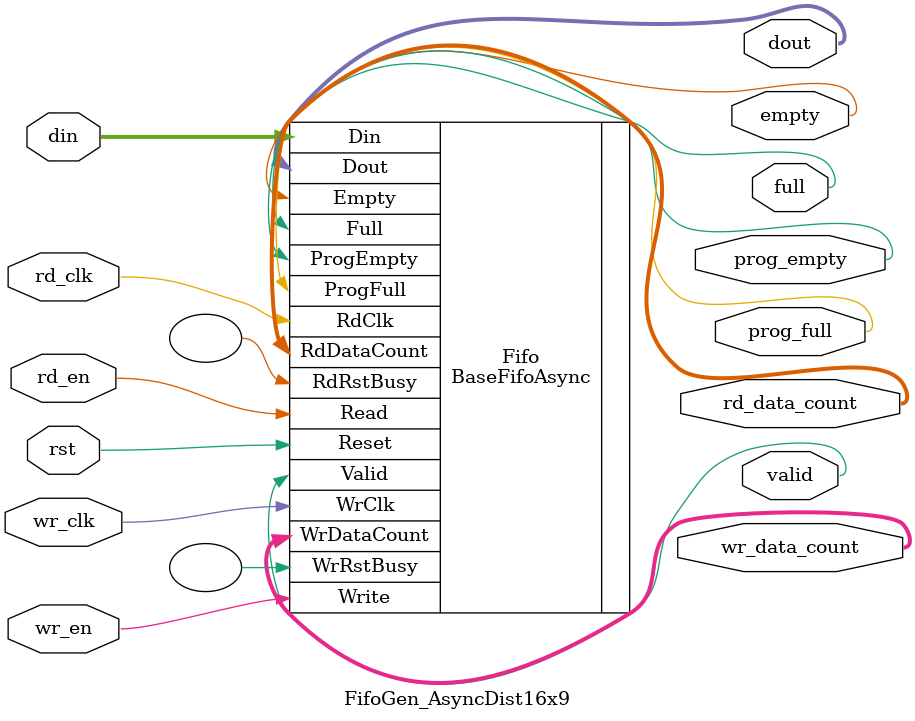
<source format=v>
/*
	FifoGen_AsyncDist16x9.v: Behavior version of 16x9 distrubuted RAM FIFO

		  Ted Rossin 10-18-2024
	  		     11-05-2024 

     Note: 
*/

`timescale 1ns / 1ps

module FifoGen_AsyncDist16x9(
     input wr_clk
    ,input rd_clk
    ,input rst
    ,input[8:0] din
    ,input wr_en
    ,input rd_en
    ,output[8:0] dout
    ,output full
    ,output empty
    ,output prog_empty
    ,output[3:0] wr_data_count
    ,output[3:0] rd_data_count
    ,output prog_full
    ,output valid
);

    BaseFifoAsync #(
	 .FirstWordFall(0)
        ,.BuiltIn(0)
        ,.Width(9)
	,.ProgEmptyValue(5)
	,.ProgFullValue(12)
	,.DataCountWidth(4)
	,.Depth(16)
	,.NumSync(2)
    ) Fifo(
     	 .WrClk(wr_clk)
     	,.RdClk(rd_clk)
    	,.Reset(rst)
	,.RdRstBusy()
	,.WrRstBusy()
    	,.Write(wr_en)
    	,.Read(rd_en)
    	,.Din(din)
    	,.Dout(dout)
    	,.ProgFull(prog_full)
    	,.WrDataCount(wr_data_count)
    	,.RdDataCount(rd_data_count)
    	,.Valid(valid)
    	,.Empty(empty)
	,.ProgEmpty(prog_empty)
    	,.Full(full)
    );
endmodule

</source>
